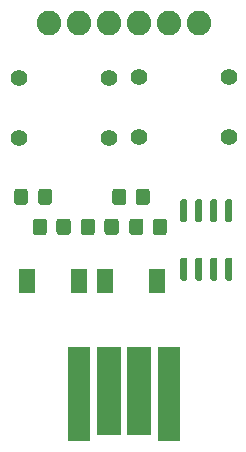
<source format=gbr>
%TF.GenerationSoftware,KiCad,Pcbnew,(5.1.9)-1*%
%TF.CreationDate,2021-04-24T16:12:05+02:00*%
%TF.ProjectId,PwdToken,50776454-6f6b-4656-9e2e-6b696361645f,rev?*%
%TF.SameCoordinates,Original*%
%TF.FileFunction,Soldermask,Top*%
%TF.FilePolarity,Negative*%
%FSLAX46Y46*%
G04 Gerber Fmt 4.6, Leading zero omitted, Abs format (unit mm)*
G04 Created by KiCad (PCBNEW (5.1.9)-1) date 2021-04-24 16:12:05*
%MOMM*%
%LPD*%
G01*
G04 APERTURE LIST*
%ADD10C,1.397000*%
%ADD11R,1.400000X2.100000*%
%ADD12C,2.082800*%
%ADD13R,2.000000X7.500000*%
%ADD14R,1.900000X8.000000*%
G04 APERTURE END LIST*
D10*
%TO.C,SW1*%
X83820000Y-50860001D03*
X83820000Y-45780001D03*
X91440000Y-50860001D03*
X91440000Y-45780001D03*
%TD*%
D11*
%TO.C,D2*%
X88900000Y-62992000D03*
X84500000Y-62992000D03*
%TD*%
%TO.C,U1*%
G36*
G01*
X101450000Y-61030000D02*
X101750000Y-61030000D01*
G75*
G02*
X101900000Y-61180000I0J-150000D01*
G01*
X101900000Y-62830000D01*
G75*
G02*
X101750000Y-62980000I-150000J0D01*
G01*
X101450000Y-62980000D01*
G75*
G02*
X101300000Y-62830000I0J150000D01*
G01*
X101300000Y-61180000D01*
G75*
G02*
X101450000Y-61030000I150000J0D01*
G01*
G37*
G36*
G01*
X100180000Y-61030000D02*
X100480000Y-61030000D01*
G75*
G02*
X100630000Y-61180000I0J-150000D01*
G01*
X100630000Y-62830000D01*
G75*
G02*
X100480000Y-62980000I-150000J0D01*
G01*
X100180000Y-62980000D01*
G75*
G02*
X100030000Y-62830000I0J150000D01*
G01*
X100030000Y-61180000D01*
G75*
G02*
X100180000Y-61030000I150000J0D01*
G01*
G37*
G36*
G01*
X98910000Y-61030000D02*
X99210000Y-61030000D01*
G75*
G02*
X99360000Y-61180000I0J-150000D01*
G01*
X99360000Y-62830000D01*
G75*
G02*
X99210000Y-62980000I-150000J0D01*
G01*
X98910000Y-62980000D01*
G75*
G02*
X98760000Y-62830000I0J150000D01*
G01*
X98760000Y-61180000D01*
G75*
G02*
X98910000Y-61030000I150000J0D01*
G01*
G37*
G36*
G01*
X97640000Y-61030000D02*
X97940000Y-61030000D01*
G75*
G02*
X98090000Y-61180000I0J-150000D01*
G01*
X98090000Y-62830000D01*
G75*
G02*
X97940000Y-62980000I-150000J0D01*
G01*
X97640000Y-62980000D01*
G75*
G02*
X97490000Y-62830000I0J150000D01*
G01*
X97490000Y-61180000D01*
G75*
G02*
X97640000Y-61030000I150000J0D01*
G01*
G37*
G36*
G01*
X97640000Y-56080000D02*
X97940000Y-56080000D01*
G75*
G02*
X98090000Y-56230000I0J-150000D01*
G01*
X98090000Y-57880000D01*
G75*
G02*
X97940000Y-58030000I-150000J0D01*
G01*
X97640000Y-58030000D01*
G75*
G02*
X97490000Y-57880000I0J150000D01*
G01*
X97490000Y-56230000D01*
G75*
G02*
X97640000Y-56080000I150000J0D01*
G01*
G37*
G36*
G01*
X98910000Y-56080000D02*
X99210000Y-56080000D01*
G75*
G02*
X99360000Y-56230000I0J-150000D01*
G01*
X99360000Y-57880000D01*
G75*
G02*
X99210000Y-58030000I-150000J0D01*
G01*
X98910000Y-58030000D01*
G75*
G02*
X98760000Y-57880000I0J150000D01*
G01*
X98760000Y-56230000D01*
G75*
G02*
X98910000Y-56080000I150000J0D01*
G01*
G37*
G36*
G01*
X100180000Y-56080000D02*
X100480000Y-56080000D01*
G75*
G02*
X100630000Y-56230000I0J-150000D01*
G01*
X100630000Y-57880000D01*
G75*
G02*
X100480000Y-58030000I-150000J0D01*
G01*
X100180000Y-58030000D01*
G75*
G02*
X100030000Y-57880000I0J150000D01*
G01*
X100030000Y-56230000D01*
G75*
G02*
X100180000Y-56080000I150000J0D01*
G01*
G37*
G36*
G01*
X101450000Y-56080000D02*
X101750000Y-56080000D01*
G75*
G02*
X101900000Y-56230000I0J-150000D01*
G01*
X101900000Y-57880000D01*
G75*
G02*
X101750000Y-58030000I-150000J0D01*
G01*
X101450000Y-58030000D01*
G75*
G02*
X101300000Y-57880000I0J150000D01*
G01*
X101300000Y-56230000D01*
G75*
G02*
X101450000Y-56080000I150000J0D01*
G01*
G37*
%TD*%
%TO.C,R3*%
G36*
G01*
X86198000Y-57969999D02*
X86198000Y-58870001D01*
G75*
G02*
X85948001Y-59120000I-249999J0D01*
G01*
X85247999Y-59120000D01*
G75*
G02*
X84998000Y-58870001I0J249999D01*
G01*
X84998000Y-57969999D01*
G75*
G02*
X85247999Y-57720000I249999J0D01*
G01*
X85948001Y-57720000D01*
G75*
G02*
X86198000Y-57969999I0J-249999D01*
G01*
G37*
G36*
G01*
X88198000Y-57969999D02*
X88198000Y-58870001D01*
G75*
G02*
X87948001Y-59120000I-249999J0D01*
G01*
X87247999Y-59120000D01*
G75*
G02*
X86998000Y-58870001I0J249999D01*
G01*
X86998000Y-57969999D01*
G75*
G02*
X87247999Y-57720000I249999J0D01*
G01*
X87948001Y-57720000D01*
G75*
G02*
X88198000Y-57969999I0J-249999D01*
G01*
G37*
%TD*%
%TO.C,R4*%
G36*
G01*
X94358000Y-57969999D02*
X94358000Y-58870001D01*
G75*
G02*
X94108001Y-59120000I-249999J0D01*
G01*
X93407999Y-59120000D01*
G75*
G02*
X93158000Y-58870001I0J249999D01*
G01*
X93158000Y-57969999D01*
G75*
G02*
X93407999Y-57720000I249999J0D01*
G01*
X94108001Y-57720000D01*
G75*
G02*
X94358000Y-57969999I0J-249999D01*
G01*
G37*
G36*
G01*
X96358000Y-57969999D02*
X96358000Y-58870001D01*
G75*
G02*
X96108001Y-59120000I-249999J0D01*
G01*
X95407999Y-59120000D01*
G75*
G02*
X95158000Y-58870001I0J249999D01*
G01*
X95158000Y-57969999D01*
G75*
G02*
X95407999Y-57720000I249999J0D01*
G01*
X96108001Y-57720000D01*
G75*
G02*
X96358000Y-57969999I0J-249999D01*
G01*
G37*
%TD*%
%TO.C,R2*%
G36*
G01*
X90262000Y-57969999D02*
X90262000Y-58870001D01*
G75*
G02*
X90012001Y-59120000I-249999J0D01*
G01*
X89311999Y-59120000D01*
G75*
G02*
X89062000Y-58870001I0J249999D01*
G01*
X89062000Y-57969999D01*
G75*
G02*
X89311999Y-57720000I249999J0D01*
G01*
X90012001Y-57720000D01*
G75*
G02*
X90262000Y-57969999I0J-249999D01*
G01*
G37*
G36*
G01*
X92262000Y-57969999D02*
X92262000Y-58870001D01*
G75*
G02*
X92012001Y-59120000I-249999J0D01*
G01*
X91311999Y-59120000D01*
G75*
G02*
X91062000Y-58870001I0J249999D01*
G01*
X91062000Y-57969999D01*
G75*
G02*
X91311999Y-57720000I249999J0D01*
G01*
X92012001Y-57720000D01*
G75*
G02*
X92262000Y-57969999I0J-249999D01*
G01*
G37*
%TD*%
%TO.C,R1*%
G36*
G01*
X93707500Y-56330001D02*
X93707500Y-55429999D01*
G75*
G02*
X93957499Y-55180000I249999J0D01*
G01*
X94657501Y-55180000D01*
G75*
G02*
X94907500Y-55429999I0J-249999D01*
G01*
X94907500Y-56330001D01*
G75*
G02*
X94657501Y-56580000I-249999J0D01*
G01*
X93957499Y-56580000D01*
G75*
G02*
X93707500Y-56330001I0J249999D01*
G01*
G37*
G36*
G01*
X91707500Y-56330001D02*
X91707500Y-55429999D01*
G75*
G02*
X91957499Y-55180000I249999J0D01*
G01*
X92657501Y-55180000D01*
G75*
G02*
X92907500Y-55429999I0J-249999D01*
G01*
X92907500Y-56330001D01*
G75*
G02*
X92657501Y-56580000I-249999J0D01*
G01*
X91957499Y-56580000D01*
G75*
G02*
X91707500Y-56330001I0J249999D01*
G01*
G37*
%TD*%
%TO.C,D3*%
X91104000Y-62992000D03*
X95504000Y-62992000D03*
%TD*%
%TO.C,D1*%
G36*
G01*
X85464500Y-56330001D02*
X85464500Y-55429999D01*
G75*
G02*
X85714499Y-55180000I249999J0D01*
G01*
X86364501Y-55180000D01*
G75*
G02*
X86614500Y-55429999I0J-249999D01*
G01*
X86614500Y-56330001D01*
G75*
G02*
X86364501Y-56580000I-249999J0D01*
G01*
X85714499Y-56580000D01*
G75*
G02*
X85464500Y-56330001I0J249999D01*
G01*
G37*
G36*
G01*
X83414500Y-56330001D02*
X83414500Y-55429999D01*
G75*
G02*
X83664499Y-55180000I249999J0D01*
G01*
X84314501Y-55180000D01*
G75*
G02*
X84564500Y-55429999I0J-249999D01*
G01*
X84564500Y-56330001D01*
G75*
G02*
X84314501Y-56580000I-249999J0D01*
G01*
X83664499Y-56580000D01*
G75*
G02*
X83414500Y-56330001I0J249999D01*
G01*
G37*
%TD*%
D12*
%TO.C,J2*%
X99060000Y-41148000D03*
X96520000Y-41148000D03*
X93980000Y-41148000D03*
X91440000Y-41148000D03*
X88900000Y-41148000D03*
X86360000Y-41148000D03*
%TD*%
D10*
%TO.C,SW2*%
X93980000Y-50800000D03*
X93980000Y-45720000D03*
X101600000Y-50800000D03*
X101600000Y-45720000D03*
%TD*%
D13*
%TO.C,J1*%
X94010000Y-72320000D03*
X91410000Y-72320000D03*
D14*
X88900000Y-72570000D03*
X96520000Y-72570000D03*
%TD*%
M02*

</source>
